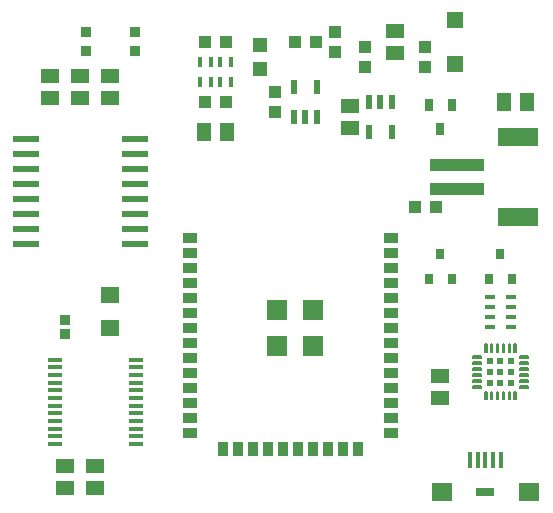
<source format=gtp>
G75*
%MOIN*%
%OFA0B0*%
%FSLAX25Y25*%
%IPPOS*%
%LPD*%
%AMOC8*
5,1,8,0,0,1.08239X$1,22.5*
%
%ADD10R,0.05906X0.05118*%
%ADD11R,0.05118X0.05906*%
%ADD12R,0.04331X0.03937*%
%ADD13R,0.06299X0.05512*%
%ADD14R,0.03543X0.03346*%
%ADD15R,0.04724X0.04724*%
%ADD16R,0.05512X0.05512*%
%ADD17R,0.08661X0.02362*%
%ADD18C,0.00551*%
%ADD19R,0.02362X0.02362*%
%ADD20R,0.03150X0.03543*%
%ADD21R,0.02500X0.04000*%
%ADD22R,0.03543X0.01772*%
%ADD23R,0.03937X0.04331*%
%ADD24R,0.01772X0.03543*%
%ADD25R,0.03543X0.03543*%
%ADD26R,0.04724X0.01575*%
%ADD27R,0.02165X0.04724*%
%ADD28R,0.04724X0.03543*%
%ADD29R,0.03543X0.04724*%
%ADD30R,0.07000X0.07000*%
%ADD31R,0.18110X0.03937*%
%ADD32R,0.13386X0.06299*%
%ADD33R,0.01575X0.05709*%
%ADD34R,0.07087X0.05906*%
%ADD35R,0.05906X0.02756*%
D10*
X0032913Y0022606D03*
X0032913Y0030087D03*
X0042913Y0030087D03*
X0042913Y0022606D03*
X0157913Y0052606D03*
X0157913Y0060087D03*
X0127913Y0142606D03*
X0127913Y0150087D03*
X0142913Y0167606D03*
X0142913Y0175087D03*
X0047913Y0160087D03*
X0047913Y0152606D03*
X0037913Y0152606D03*
X0037913Y0160087D03*
X0027913Y0160087D03*
X0027913Y0152606D03*
D11*
X0079173Y0141346D03*
X0086654Y0141346D03*
X0179173Y0151346D03*
X0186654Y0151346D03*
D12*
X0156260Y0116346D03*
X0149567Y0116346D03*
X0116260Y0171346D03*
X0109567Y0171346D03*
X0086260Y0171346D03*
X0079567Y0171346D03*
X0079567Y0151346D03*
X0086260Y0151346D03*
D13*
X0047913Y0086858D03*
X0047913Y0075835D03*
D14*
X0032913Y0074063D03*
X0032913Y0078630D03*
D15*
X0097913Y0162213D03*
X0097913Y0170480D03*
D16*
X0162913Y0164063D03*
X0162913Y0178630D03*
D17*
X0056024Y0138846D03*
X0056024Y0133846D03*
X0056024Y0128846D03*
X0056024Y0123846D03*
X0056024Y0118846D03*
X0056024Y0113846D03*
X0056024Y0108846D03*
X0056024Y0103846D03*
X0019803Y0103846D03*
X0019803Y0108846D03*
X0019803Y0113846D03*
X0019803Y0118846D03*
X0019803Y0123846D03*
X0019803Y0128846D03*
X0019803Y0133846D03*
X0019803Y0138846D03*
D18*
X0168739Y0065992D02*
X0171339Y0065992D01*
X0168739Y0065992D02*
X0168739Y0066544D01*
X0171339Y0066544D01*
X0171339Y0065992D01*
X0171339Y0066542D02*
X0168739Y0066542D01*
X0168739Y0064023D02*
X0171339Y0064023D01*
X0168739Y0064023D02*
X0168739Y0064575D01*
X0171339Y0064575D01*
X0171339Y0064023D01*
X0171339Y0064573D02*
X0168739Y0064573D01*
X0168739Y0062055D02*
X0171339Y0062055D01*
X0168739Y0062055D02*
X0168739Y0062607D01*
X0171339Y0062607D01*
X0171339Y0062055D01*
X0171339Y0062605D02*
X0168739Y0062605D01*
X0168739Y0060086D02*
X0171339Y0060086D01*
X0168739Y0060086D02*
X0168739Y0060638D01*
X0171339Y0060638D01*
X0171339Y0060086D01*
X0171339Y0060636D02*
X0168739Y0060636D01*
X0168739Y0058118D02*
X0171339Y0058118D01*
X0168739Y0058118D02*
X0168739Y0058670D01*
X0171339Y0058670D01*
X0171339Y0058118D01*
X0171339Y0058668D02*
X0168739Y0058668D01*
X0168739Y0056149D02*
X0171339Y0056149D01*
X0168739Y0056149D02*
X0168739Y0056701D01*
X0171339Y0056701D01*
X0171339Y0056149D01*
X0171339Y0056699D02*
X0168739Y0056699D01*
X0172716Y0054772D02*
X0172716Y0052172D01*
X0172716Y0054772D02*
X0173268Y0054772D01*
X0173268Y0052172D01*
X0172716Y0052172D01*
X0172716Y0052722D02*
X0173268Y0052722D01*
X0173268Y0053272D02*
X0172716Y0053272D01*
X0172716Y0053822D02*
X0173268Y0053822D01*
X0173268Y0054372D02*
X0172716Y0054372D01*
X0174685Y0054772D02*
X0174685Y0052172D01*
X0174685Y0054772D02*
X0175237Y0054772D01*
X0175237Y0052172D01*
X0174685Y0052172D01*
X0174685Y0052722D02*
X0175237Y0052722D01*
X0175237Y0053272D02*
X0174685Y0053272D01*
X0174685Y0053822D02*
X0175237Y0053822D01*
X0175237Y0054372D02*
X0174685Y0054372D01*
X0176653Y0054772D02*
X0176653Y0052172D01*
X0176653Y0054772D02*
X0177205Y0054772D01*
X0177205Y0052172D01*
X0176653Y0052172D01*
X0176653Y0052722D02*
X0177205Y0052722D01*
X0177205Y0053272D02*
X0176653Y0053272D01*
X0176653Y0053822D02*
X0177205Y0053822D01*
X0177205Y0054372D02*
X0176653Y0054372D01*
X0178622Y0054772D02*
X0178622Y0052172D01*
X0178622Y0054772D02*
X0179174Y0054772D01*
X0179174Y0052172D01*
X0178622Y0052172D01*
X0178622Y0052722D02*
X0179174Y0052722D01*
X0179174Y0053272D02*
X0178622Y0053272D01*
X0178622Y0053822D02*
X0179174Y0053822D01*
X0179174Y0054372D02*
X0178622Y0054372D01*
X0180590Y0054772D02*
X0180590Y0052172D01*
X0180590Y0054772D02*
X0181142Y0054772D01*
X0181142Y0052172D01*
X0180590Y0052172D01*
X0180590Y0052722D02*
X0181142Y0052722D01*
X0181142Y0053272D02*
X0180590Y0053272D01*
X0180590Y0053822D02*
X0181142Y0053822D01*
X0181142Y0054372D02*
X0180590Y0054372D01*
X0182559Y0054772D02*
X0182559Y0052172D01*
X0182559Y0054772D02*
X0183111Y0054772D01*
X0183111Y0052172D01*
X0182559Y0052172D01*
X0182559Y0052722D02*
X0183111Y0052722D01*
X0183111Y0053272D02*
X0182559Y0053272D01*
X0182559Y0053822D02*
X0183111Y0053822D01*
X0183111Y0054372D02*
X0182559Y0054372D01*
X0184487Y0056701D02*
X0187087Y0056701D01*
X0187087Y0056149D01*
X0184487Y0056149D01*
X0184487Y0056701D01*
X0184487Y0056699D02*
X0187087Y0056699D01*
X0187087Y0058670D02*
X0184487Y0058670D01*
X0187087Y0058670D02*
X0187087Y0058118D01*
X0184487Y0058118D01*
X0184487Y0058670D01*
X0184487Y0058668D02*
X0187087Y0058668D01*
X0187087Y0060638D02*
X0184487Y0060638D01*
X0187087Y0060638D02*
X0187087Y0060086D01*
X0184487Y0060086D01*
X0184487Y0060638D01*
X0184487Y0060636D02*
X0187087Y0060636D01*
X0187087Y0062607D02*
X0184487Y0062607D01*
X0187087Y0062607D02*
X0187087Y0062055D01*
X0184487Y0062055D01*
X0184487Y0062607D01*
X0184487Y0062605D02*
X0187087Y0062605D01*
X0187087Y0064575D02*
X0184487Y0064575D01*
X0187087Y0064575D02*
X0187087Y0064023D01*
X0184487Y0064023D01*
X0184487Y0064575D01*
X0184487Y0064573D02*
X0187087Y0064573D01*
X0187087Y0066544D02*
X0184487Y0066544D01*
X0187087Y0066544D02*
X0187087Y0065992D01*
X0184487Y0065992D01*
X0184487Y0066544D01*
X0184487Y0066542D02*
X0187087Y0066542D01*
X0183111Y0067920D02*
X0183111Y0070520D01*
X0183111Y0067920D02*
X0182559Y0067920D01*
X0182559Y0070520D01*
X0183111Y0070520D01*
X0183111Y0068470D02*
X0182559Y0068470D01*
X0182559Y0069020D02*
X0183111Y0069020D01*
X0183111Y0069570D02*
X0182559Y0069570D01*
X0182559Y0070120D02*
X0183111Y0070120D01*
X0181142Y0070520D02*
X0181142Y0067920D01*
X0180590Y0067920D01*
X0180590Y0070520D01*
X0181142Y0070520D01*
X0181142Y0068470D02*
X0180590Y0068470D01*
X0180590Y0069020D02*
X0181142Y0069020D01*
X0181142Y0069570D02*
X0180590Y0069570D01*
X0180590Y0070120D02*
X0181142Y0070120D01*
X0179174Y0070520D02*
X0179174Y0067920D01*
X0178622Y0067920D01*
X0178622Y0070520D01*
X0179174Y0070520D01*
X0179174Y0068470D02*
X0178622Y0068470D01*
X0178622Y0069020D02*
X0179174Y0069020D01*
X0179174Y0069570D02*
X0178622Y0069570D01*
X0178622Y0070120D02*
X0179174Y0070120D01*
X0177205Y0070520D02*
X0177205Y0067920D01*
X0176653Y0067920D01*
X0176653Y0070520D01*
X0177205Y0070520D01*
X0177205Y0068470D02*
X0176653Y0068470D01*
X0176653Y0069020D02*
X0177205Y0069020D01*
X0177205Y0069570D02*
X0176653Y0069570D01*
X0176653Y0070120D02*
X0177205Y0070120D01*
X0175237Y0070520D02*
X0175237Y0067920D01*
X0174685Y0067920D01*
X0174685Y0070520D01*
X0175237Y0070520D01*
X0175237Y0068470D02*
X0174685Y0068470D01*
X0174685Y0069020D02*
X0175237Y0069020D01*
X0175237Y0069570D02*
X0174685Y0069570D01*
X0174685Y0070120D02*
X0175237Y0070120D01*
X0173268Y0070520D02*
X0173268Y0067920D01*
X0172716Y0067920D01*
X0172716Y0070520D01*
X0173268Y0070520D01*
X0173268Y0068470D02*
X0172716Y0068470D01*
X0172716Y0069020D02*
X0173268Y0069020D01*
X0173268Y0069570D02*
X0172716Y0069570D01*
X0172716Y0070120D02*
X0173268Y0070120D01*
D19*
X0174370Y0064890D03*
X0177913Y0064890D03*
X0181457Y0064890D03*
X0181457Y0061346D03*
X0177913Y0061346D03*
X0177913Y0057803D03*
X0181457Y0057803D03*
X0174370Y0057803D03*
X0174370Y0061346D03*
D20*
X0174173Y0092409D03*
X0181654Y0092409D03*
X0177913Y0100677D03*
X0161654Y0092409D03*
X0154173Y0092409D03*
X0157913Y0100677D03*
D21*
X0157913Y0142409D03*
X0154173Y0150283D03*
X0161654Y0150283D03*
D22*
X0174567Y0086465D03*
X0174567Y0082921D03*
X0174567Y0079772D03*
X0174567Y0076228D03*
X0181260Y0076228D03*
X0181260Y0079772D03*
X0181260Y0082921D03*
X0181260Y0086465D03*
D23*
X0152913Y0163000D03*
X0152913Y0169693D03*
X0132913Y0169693D03*
X0132913Y0163000D03*
X0122913Y0168000D03*
X0122913Y0174693D03*
X0102913Y0154693D03*
X0102913Y0148000D03*
D24*
X0088031Y0158000D03*
X0084488Y0158000D03*
X0081339Y0158000D03*
X0077795Y0158000D03*
X0077795Y0164693D03*
X0081339Y0164693D03*
X0084488Y0164693D03*
X0088031Y0164693D03*
D25*
X0055984Y0168197D03*
X0055984Y0174496D03*
X0039843Y0174496D03*
X0039843Y0168197D03*
D26*
X0029449Y0065421D03*
X0029449Y0062862D03*
X0029449Y0060303D03*
X0029449Y0057744D03*
X0029449Y0055185D03*
X0029449Y0052626D03*
X0029449Y0050067D03*
X0029449Y0047508D03*
X0029449Y0044949D03*
X0029449Y0042390D03*
X0029449Y0039831D03*
X0029449Y0037272D03*
X0056378Y0037272D03*
X0056378Y0039831D03*
X0056378Y0042390D03*
X0056378Y0044949D03*
X0056378Y0047508D03*
X0056378Y0050067D03*
X0056378Y0052626D03*
X0056378Y0055185D03*
X0056378Y0057744D03*
X0056378Y0060303D03*
X0056378Y0062862D03*
X0056378Y0065421D03*
D27*
X0109173Y0146228D03*
X0112913Y0146228D03*
X0116654Y0146228D03*
X0116654Y0156465D03*
X0109173Y0156465D03*
X0134173Y0151465D03*
X0137913Y0151465D03*
X0141654Y0151465D03*
X0141654Y0141228D03*
X0134173Y0141228D03*
D28*
X0141378Y0106031D03*
X0141378Y0101031D03*
X0141378Y0096031D03*
X0141378Y0091031D03*
X0141378Y0086031D03*
X0141378Y0081031D03*
X0141378Y0076031D03*
X0141378Y0071031D03*
X0141378Y0066031D03*
X0141378Y0061031D03*
X0141378Y0056031D03*
X0141378Y0051031D03*
X0141378Y0046031D03*
X0141378Y0041031D03*
X0074449Y0041031D03*
X0074449Y0046031D03*
X0074449Y0051031D03*
X0074449Y0056031D03*
X0074449Y0061031D03*
X0074449Y0066031D03*
X0074449Y0071031D03*
X0074449Y0076031D03*
X0074449Y0081031D03*
X0074449Y0086031D03*
X0074449Y0091031D03*
X0074449Y0096031D03*
X0074449Y0101031D03*
X0074449Y0106031D03*
D29*
X0085472Y0035559D03*
X0090472Y0035559D03*
X0095472Y0035559D03*
X0100472Y0035559D03*
X0105472Y0035559D03*
X0110472Y0035559D03*
X0115472Y0035559D03*
X0120472Y0035559D03*
X0125472Y0035559D03*
X0130472Y0035559D03*
D30*
X0115413Y0069846D03*
X0115413Y0081846D03*
X0103413Y0081846D03*
X0103413Y0069846D03*
D31*
X0163346Y0122409D03*
X0163346Y0130283D03*
D32*
X0183819Y0139732D03*
X0183819Y0112961D03*
D33*
X0178031Y0032075D03*
X0175472Y0032075D03*
X0172913Y0032075D03*
X0170354Y0032075D03*
X0167795Y0032075D03*
D34*
X0158409Y0021346D03*
X0187417Y0021346D03*
D35*
X0172913Y0021346D03*
M02*

</source>
